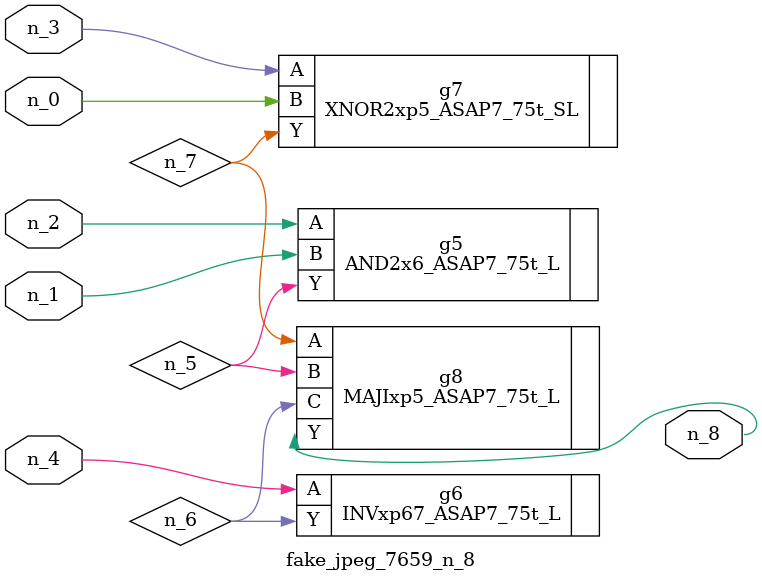
<source format=v>
module fake_jpeg_7659_n_8 (n_3, n_2, n_1, n_0, n_4, n_8);

input n_3;
input n_2;
input n_1;
input n_0;
input n_4;

output n_8;

wire n_6;
wire n_5;
wire n_7;

AND2x6_ASAP7_75t_L g5 ( 
.A(n_2),
.B(n_1),
.Y(n_5)
);

INVxp67_ASAP7_75t_L g6 ( 
.A(n_4),
.Y(n_6)
);

XNOR2xp5_ASAP7_75t_SL g7 ( 
.A(n_3),
.B(n_0),
.Y(n_7)
);

MAJIxp5_ASAP7_75t_L g8 ( 
.A(n_7),
.B(n_5),
.C(n_6),
.Y(n_8)
);


endmodule
</source>
